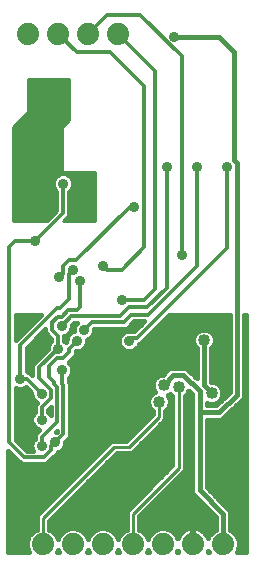
<source format=gbl>
G75*
%MOIN*%
%OFA0B0*%
%FSLAX24Y24*%
%IPPOS*%
%LPD*%
%AMOC8*
5,1,8,0,0,1.08239X$1,22.5*
%
%ADD10C,0.0740*%
%ADD11C,0.0160*%
%ADD12C,0.0357*%
%ADD13C,0.0400*%
%ADD14C,0.0100*%
%ADD15C,0.0120*%
D10*
X001725Y001250D03*
X002725Y001250D03*
X003725Y001250D03*
X004725Y001250D03*
X005725Y001250D03*
X006725Y001250D03*
X007725Y001250D03*
X004225Y018275D03*
X003225Y018275D03*
X002225Y018275D03*
X001225Y018275D03*
D11*
X000580Y004359D02*
X000580Y001000D01*
X001255Y001000D01*
X001195Y001145D01*
X001195Y001355D01*
X001276Y001550D01*
X001425Y001699D01*
X001515Y001737D01*
X001515Y002212D01*
X004013Y004710D01*
X004513Y004710D01*
X005390Y005587D01*
X005390Y005701D01*
X005295Y005796D01*
X005240Y005928D01*
X005240Y006072D01*
X005295Y006204D01*
X005396Y006305D01*
X005459Y006331D01*
X005445Y006346D01*
X005390Y006478D01*
X005390Y006622D01*
X005445Y006754D01*
X005546Y006855D01*
X005678Y006910D01*
X005742Y006910D01*
X005843Y007027D01*
X005847Y007036D01*
X005874Y007063D01*
X005899Y007092D01*
X005907Y007097D01*
X005914Y007103D01*
X005950Y007118D01*
X005984Y007136D01*
X005993Y007136D01*
X006002Y007140D01*
X006041Y007140D01*
X006079Y007143D01*
X006088Y007140D01*
X006448Y007140D01*
X006536Y007103D01*
X006860Y006779D01*
X006860Y007781D01*
X006795Y007846D01*
X006740Y007978D01*
X006740Y008122D01*
X006795Y008254D01*
X006896Y008355D01*
X007028Y008410D01*
X007172Y008410D01*
X007304Y008355D01*
X007405Y008254D01*
X007460Y008122D01*
X007460Y007978D01*
X007405Y007846D01*
X007340Y007781D01*
X007340Y006660D01*
X007422Y006660D01*
X007554Y006605D01*
X007655Y006504D01*
X007710Y006372D01*
X007710Y006228D01*
X007655Y006096D01*
X007554Y005995D01*
X007422Y005940D01*
X007278Y005940D01*
X007190Y005977D01*
X007190Y005890D01*
X007501Y005890D01*
X007948Y006338D01*
X007948Y008900D01*
X005942Y008900D01*
X004957Y007915D01*
X004921Y007915D01*
X004887Y007833D01*
X004792Y007738D01*
X004667Y007687D01*
X004533Y007687D01*
X004408Y007738D01*
X004313Y007833D01*
X004262Y007958D01*
X004262Y008092D01*
X004313Y008217D01*
X004408Y008312D01*
X004533Y008363D01*
X004667Y008363D01*
X004688Y008355D01*
X004775Y008355D01*
X005100Y008680D01*
X004766Y008680D01*
X004516Y008430D01*
X003441Y008430D01*
X003438Y008427D01*
X003438Y008333D01*
X003387Y008208D01*
X003292Y008113D01*
X003188Y008070D01*
X003188Y007958D01*
X003137Y007833D01*
X003042Y007738D01*
X002917Y007687D01*
X002823Y007687D01*
X002820Y007684D01*
X002820Y007559D01*
X002691Y007430D01*
X002627Y007365D01*
X002627Y007365D01*
X002588Y007327D01*
X002662Y007253D01*
X002713Y007129D01*
X002713Y006994D01*
X002662Y006870D01*
X002595Y006803D01*
X002595Y006692D01*
X002623Y006664D01*
X002623Y004822D01*
X002478Y004677D01*
X002478Y004583D01*
X002427Y004458D01*
X002332Y004363D01*
X002223Y004318D01*
X002223Y004302D01*
X001980Y004059D01*
X001851Y003930D01*
X001009Y003930D01*
X000580Y004359D01*
X000580Y004296D02*
X000643Y004296D01*
X000580Y004137D02*
X000802Y004137D01*
X000960Y003979D02*
X000580Y003979D01*
X000580Y003820D02*
X003123Y003820D01*
X002965Y003662D02*
X000580Y003662D01*
X000580Y003503D02*
X002806Y003503D01*
X002648Y003345D02*
X000580Y003345D01*
X000580Y003186D02*
X002489Y003186D01*
X002331Y003028D02*
X000580Y003028D01*
X000580Y002869D02*
X002172Y002869D01*
X002014Y002711D02*
X000580Y002711D01*
X000580Y002552D02*
X001855Y002552D01*
X001697Y002394D02*
X000580Y002394D01*
X000580Y002235D02*
X001538Y002235D01*
X001515Y002077D02*
X000580Y002077D01*
X000580Y001918D02*
X001515Y001918D01*
X001515Y001760D02*
X000580Y001760D01*
X000580Y001601D02*
X001326Y001601D01*
X001231Y001443D02*
X000580Y001443D01*
X000580Y001284D02*
X001195Y001284D01*
X001203Y001126D02*
X000580Y001126D01*
X001935Y001737D02*
X001935Y002038D01*
X004187Y004290D01*
X004687Y004290D01*
X005687Y005290D01*
X005810Y005413D01*
X005810Y005701D01*
X005905Y005796D01*
X005960Y005928D01*
X005960Y006072D01*
X005905Y006204D01*
X005891Y006219D01*
X005954Y006245D01*
X005975Y006266D01*
X006040Y006201D01*
X006040Y003887D01*
X004515Y002362D01*
X004515Y002188D01*
X004515Y001737D01*
X004425Y001699D01*
X004276Y001550D01*
X004225Y001428D01*
X004174Y001550D01*
X004025Y001699D01*
X003830Y001780D01*
X003620Y001780D01*
X003425Y001699D01*
X003276Y001550D01*
X003225Y001428D01*
X003174Y001550D01*
X003025Y001699D01*
X002830Y001780D01*
X002620Y001780D01*
X002425Y001699D01*
X002276Y001550D01*
X002225Y001428D01*
X002174Y001550D01*
X002025Y001699D01*
X001935Y001737D01*
X001935Y001760D02*
X002570Y001760D01*
X002326Y001601D02*
X002124Y001601D01*
X002219Y001443D02*
X002231Y001443D01*
X002225Y001072D02*
X002255Y001000D01*
X002195Y001000D01*
X002225Y001072D01*
X001935Y001918D02*
X004515Y001918D01*
X004515Y001760D02*
X003880Y001760D01*
X004124Y001601D02*
X004326Y001601D01*
X004231Y001443D02*
X004219Y001443D01*
X004225Y001072D02*
X004255Y001000D01*
X004195Y001000D01*
X004225Y001072D01*
X004515Y002077D02*
X001973Y002077D01*
X002132Y002235D02*
X004515Y002235D01*
X004547Y002394D02*
X002290Y002394D01*
X002449Y002552D02*
X004705Y002552D01*
X004864Y002711D02*
X002607Y002711D01*
X002766Y002869D02*
X005022Y002869D01*
X005181Y003028D02*
X002924Y003028D01*
X003083Y003186D02*
X005339Y003186D01*
X005498Y003345D02*
X003241Y003345D01*
X003400Y003503D02*
X005656Y003503D01*
X005815Y003662D02*
X003558Y003662D01*
X003717Y003820D02*
X005973Y003820D01*
X006040Y003979D02*
X003875Y003979D01*
X004034Y004137D02*
X006040Y004137D01*
X006040Y004296D02*
X004692Y004296D01*
X004851Y004454D02*
X006040Y004454D01*
X006040Y004613D02*
X005009Y004613D01*
X005168Y004771D02*
X006040Y004771D01*
X006040Y004930D02*
X005326Y004930D01*
X005485Y005088D02*
X006040Y005088D01*
X006040Y005247D02*
X005643Y005247D01*
X005802Y005405D02*
X006040Y005405D01*
X006040Y005564D02*
X005810Y005564D01*
X005831Y005722D02*
X006040Y005722D01*
X006040Y005881D02*
X005940Y005881D01*
X005960Y006039D02*
X006040Y006039D01*
X006040Y006198D02*
X005908Y006198D01*
X005750Y006550D02*
X006050Y006900D01*
X006400Y006900D01*
X006950Y006350D01*
X006950Y005650D01*
X007600Y005650D01*
X008188Y006238D01*
X008188Y013972D01*
X008100Y014061D01*
X008100Y017650D01*
X007600Y018150D01*
X006100Y018150D01*
X008428Y008900D02*
X008495Y008900D01*
X008495Y001000D01*
X008195Y001000D01*
X008255Y001145D01*
X008255Y001355D01*
X008174Y001550D01*
X008025Y001699D01*
X007965Y001724D01*
X007965Y002323D01*
X007928Y002411D01*
X007190Y003149D01*
X007190Y005410D01*
X007648Y005410D01*
X007736Y005447D01*
X007803Y005514D01*
X008324Y006035D01*
X008392Y006102D01*
X008428Y006191D01*
X008428Y008900D01*
X008428Y008892D02*
X008495Y008892D01*
X008495Y008734D02*
X008428Y008734D01*
X008428Y008575D02*
X008495Y008575D01*
X008495Y008417D02*
X008428Y008417D01*
X008428Y008258D02*
X008495Y008258D01*
X008495Y008100D02*
X008428Y008100D01*
X008428Y007941D02*
X008495Y007941D01*
X008495Y007783D02*
X008428Y007783D01*
X008428Y007624D02*
X008495Y007624D01*
X008495Y007466D02*
X008428Y007466D01*
X008428Y007307D02*
X008495Y007307D01*
X008495Y007149D02*
X008428Y007149D01*
X008428Y006990D02*
X008495Y006990D01*
X008495Y006832D02*
X008428Y006832D01*
X008428Y006673D02*
X008495Y006673D01*
X008495Y006515D02*
X008428Y006515D01*
X008428Y006356D02*
X008495Y006356D01*
X008495Y006198D02*
X008428Y006198D01*
X008495Y006039D02*
X008328Y006039D01*
X008170Y005881D02*
X008495Y005881D01*
X008495Y005722D02*
X008011Y005722D01*
X007853Y005564D02*
X008495Y005564D01*
X008495Y005405D02*
X007190Y005405D01*
X007190Y005247D02*
X008495Y005247D01*
X008495Y005088D02*
X007190Y005088D01*
X007190Y004930D02*
X008495Y004930D01*
X008495Y004771D02*
X007190Y004771D01*
X007190Y004613D02*
X008495Y004613D01*
X008495Y004454D02*
X007190Y004454D01*
X007190Y004296D02*
X008495Y004296D01*
X008495Y004137D02*
X007190Y004137D01*
X007190Y003979D02*
X008495Y003979D01*
X008495Y003820D02*
X007190Y003820D01*
X007190Y003662D02*
X008495Y003662D01*
X008495Y003503D02*
X007190Y003503D01*
X007190Y003345D02*
X008495Y003345D01*
X008495Y003186D02*
X007190Y003186D01*
X007312Y003028D02*
X008495Y003028D01*
X008495Y002869D02*
X007470Y002869D01*
X007629Y002711D02*
X008495Y002711D01*
X008495Y002552D02*
X007787Y002552D01*
X007725Y002275D02*
X006950Y003050D01*
X006950Y005650D01*
X006710Y005722D02*
X006460Y005722D01*
X006460Y005564D02*
X006710Y005564D01*
X006710Y005405D02*
X006460Y005405D01*
X006460Y005247D02*
X006710Y005247D01*
X006710Y005088D02*
X006460Y005088D01*
X006460Y004930D02*
X006710Y004930D01*
X006710Y004771D02*
X006460Y004771D01*
X006460Y004613D02*
X006710Y004613D01*
X006710Y004454D02*
X006460Y004454D01*
X006460Y004296D02*
X006710Y004296D01*
X006710Y004137D02*
X006460Y004137D01*
X006460Y003979D02*
X006710Y003979D01*
X006710Y003820D02*
X006460Y003820D01*
X006460Y003713D02*
X006460Y006201D01*
X006555Y006296D01*
X006587Y006373D01*
X006710Y006251D01*
X006710Y003002D01*
X006747Y002914D01*
X006814Y002847D01*
X007485Y002176D01*
X007485Y001724D01*
X007425Y001699D01*
X007276Y001550D01*
X007236Y001456D01*
X007235Y001461D01*
X007195Y001538D01*
X007145Y001608D01*
X007083Y001670D01*
X007013Y001720D01*
X006936Y001760D01*
X006854Y001786D01*
X006768Y001800D01*
X006745Y001800D01*
X006745Y001270D01*
X006705Y001270D01*
X006705Y001800D01*
X006682Y001800D01*
X006596Y001786D01*
X006514Y001760D01*
X006437Y001720D01*
X006367Y001670D01*
X006305Y001608D01*
X006255Y001538D01*
X006215Y001461D01*
X006214Y001456D01*
X006174Y001550D01*
X006025Y001699D01*
X005830Y001780D01*
X005620Y001780D01*
X005425Y001699D01*
X005276Y001550D01*
X005225Y001428D01*
X005174Y001550D01*
X005025Y001699D01*
X004935Y001737D01*
X004935Y002188D01*
X006460Y003713D01*
X006408Y003662D02*
X006710Y003662D01*
X006710Y003503D02*
X006250Y003503D01*
X006091Y003345D02*
X006710Y003345D01*
X006710Y003186D02*
X005933Y003186D01*
X005774Y003028D02*
X006710Y003028D01*
X006792Y002869D02*
X005616Y002869D01*
X005457Y002711D02*
X006950Y002711D01*
X006814Y002847D02*
X006814Y002847D01*
X007109Y002552D02*
X005299Y002552D01*
X005140Y002394D02*
X007267Y002394D01*
X007426Y002235D02*
X004982Y002235D01*
X004935Y002077D02*
X007485Y002077D01*
X007485Y001918D02*
X004935Y001918D01*
X004935Y001760D02*
X005570Y001760D01*
X005326Y001601D02*
X005124Y001601D01*
X005219Y001443D02*
X005231Y001443D01*
X005225Y001072D02*
X005195Y001000D01*
X005255Y001000D01*
X005225Y001072D01*
X005880Y001760D02*
X006513Y001760D01*
X006705Y001760D02*
X006745Y001760D01*
X006745Y001601D02*
X006705Y001601D01*
X006705Y001443D02*
X006745Y001443D01*
X006745Y001284D02*
X006705Y001284D01*
X006937Y001760D02*
X007485Y001760D01*
X007326Y001601D02*
X007150Y001601D01*
X007236Y001044D02*
X007255Y001000D01*
X007215Y001000D01*
X007235Y001039D01*
X007236Y001044D01*
X007725Y001250D02*
X007725Y002275D01*
X007936Y002394D02*
X008495Y002394D01*
X008495Y002235D02*
X007965Y002235D01*
X007965Y002077D02*
X008495Y002077D01*
X008495Y001918D02*
X007965Y001918D01*
X007965Y001760D02*
X008495Y001760D01*
X008495Y001601D02*
X008124Y001601D01*
X008219Y001443D02*
X008495Y001443D01*
X008495Y001284D02*
X008255Y001284D01*
X008247Y001126D02*
X008495Y001126D01*
X006300Y001601D02*
X006124Y001601D01*
X006214Y001044D02*
X006215Y001039D01*
X006235Y001000D01*
X006195Y001000D01*
X006214Y001044D01*
X004574Y004771D02*
X002572Y004771D01*
X002623Y004930D02*
X004733Y004930D01*
X004891Y005088D02*
X002623Y005088D01*
X002623Y005247D02*
X005050Y005247D01*
X005208Y005405D02*
X002623Y005405D01*
X002623Y005564D02*
X005367Y005564D01*
X005369Y005722D02*
X002623Y005722D01*
X002623Y005881D02*
X005260Y005881D01*
X005240Y006039D02*
X002623Y006039D01*
X002623Y006198D02*
X005292Y006198D01*
X005441Y006356D02*
X002623Y006356D01*
X002623Y006515D02*
X005390Y006515D01*
X005411Y006673D02*
X002614Y006673D01*
X002624Y006832D02*
X005522Y006832D01*
X005811Y006990D02*
X002712Y006990D01*
X002705Y007149D02*
X006860Y007149D01*
X006860Y007307D02*
X002608Y007307D01*
X002727Y007466D02*
X006860Y007466D01*
X006860Y007624D02*
X002820Y007624D01*
X003086Y007783D02*
X004364Y007783D01*
X004268Y007941D02*
X003182Y007941D01*
X003259Y008100D02*
X004265Y008100D01*
X004354Y008258D02*
X003407Y008258D01*
X003438Y008417D02*
X004836Y008417D01*
X004995Y008575D02*
X004661Y008575D01*
X004983Y007941D02*
X006755Y007941D01*
X006740Y008100D02*
X005141Y008100D01*
X005300Y008258D02*
X006799Y008258D01*
X006858Y007783D02*
X004836Y007783D01*
X005458Y008417D02*
X007948Y008417D01*
X007948Y008575D02*
X005617Y008575D01*
X005775Y008734D02*
X007948Y008734D01*
X007948Y008892D02*
X005934Y008892D01*
X006649Y006990D02*
X006860Y006990D01*
X006860Y006832D02*
X006808Y006832D01*
X006605Y006356D02*
X006580Y006356D01*
X006460Y006198D02*
X006710Y006198D01*
X006710Y006039D02*
X006460Y006039D01*
X006460Y005881D02*
X006710Y005881D01*
X007350Y006300D02*
X007100Y006550D01*
X007100Y008050D01*
X007342Y007783D02*
X007948Y007783D01*
X007948Y007941D02*
X007445Y007941D01*
X007460Y008100D02*
X007948Y008100D01*
X007948Y008258D02*
X007401Y008258D01*
X007340Y007624D02*
X007948Y007624D01*
X007948Y007466D02*
X007340Y007466D01*
X007340Y007307D02*
X007948Y007307D01*
X007948Y007149D02*
X007340Y007149D01*
X007340Y006990D02*
X007948Y006990D01*
X007948Y006832D02*
X007340Y006832D01*
X007340Y006673D02*
X007948Y006673D01*
X007948Y006515D02*
X007645Y006515D01*
X007710Y006356D02*
X007948Y006356D01*
X007808Y006198D02*
X007697Y006198D01*
X007650Y006039D02*
X007598Y006039D01*
X003916Y004613D02*
X002478Y004613D01*
X002423Y004454D02*
X003757Y004454D01*
X003599Y004296D02*
X002217Y004296D01*
X002058Y004137D02*
X003440Y004137D01*
X003282Y003979D02*
X001900Y003979D01*
X001346Y004592D02*
X001398Y004717D01*
X001465Y004784D01*
X001465Y004916D01*
X001612Y005064D01*
X001493Y005113D01*
X001398Y005208D01*
X001346Y005333D01*
X001346Y005467D01*
X001398Y005592D01*
X001465Y005659D01*
X001465Y005916D01*
X001524Y005975D01*
X001493Y005988D01*
X001398Y006083D01*
X001346Y006208D01*
X001346Y006302D01*
X001162Y006486D01*
X001042Y006437D01*
X000908Y006437D01*
X000820Y006473D01*
X000820Y004741D01*
X001191Y004370D01*
X001383Y004370D01*
X001346Y004458D01*
X001346Y004592D01*
X001355Y004613D02*
X000949Y004613D01*
X001107Y004454D02*
X001348Y004454D01*
X001452Y004771D02*
X000820Y004771D01*
X000820Y004930D02*
X001478Y004930D01*
X001554Y005088D02*
X000820Y005088D01*
X000820Y005247D02*
X001382Y005247D01*
X001346Y005405D02*
X000820Y005405D01*
X000820Y005564D02*
X001386Y005564D01*
X001465Y005722D02*
X000820Y005722D01*
X000820Y005881D02*
X001465Y005881D01*
X001442Y006039D02*
X000820Y006039D01*
X000820Y006198D02*
X001350Y006198D01*
X001293Y006356D02*
X000820Y006356D01*
X001234Y006995D02*
X001195Y007034D01*
X001195Y007809D01*
X001812Y008425D01*
X001812Y008302D01*
X002005Y008109D01*
X002005Y008034D01*
X001938Y007967D01*
X001887Y007842D01*
X001887Y007748D01*
X001380Y007241D01*
X001380Y007059D01*
X001380Y006901D01*
X001380Y006891D01*
X001276Y006995D01*
X001234Y006995D01*
X001281Y006990D02*
X001380Y006990D01*
X001380Y007149D02*
X001195Y007149D01*
X001195Y007307D02*
X001446Y007307D01*
X001604Y007466D02*
X001195Y007466D01*
X001195Y007624D02*
X001763Y007624D01*
X001887Y007783D02*
X001195Y007783D01*
X001327Y007941D02*
X001927Y007941D01*
X002005Y008100D02*
X001486Y008100D01*
X001644Y008258D02*
X001856Y008258D01*
X001812Y008417D02*
X001803Y008417D01*
X001656Y008892D02*
X000820Y008892D01*
X000820Y008900D02*
X000820Y008056D01*
X000884Y008120D01*
X001664Y008900D01*
X000820Y008900D01*
X000820Y008734D02*
X001497Y008734D01*
X001339Y008575D02*
X000820Y008575D01*
X000820Y008417D02*
X001180Y008417D01*
X001022Y008258D02*
X000820Y008258D01*
X000820Y008100D02*
X000863Y008100D01*
X001983Y005812D02*
X001905Y005734D01*
X001905Y005659D01*
X001972Y005592D01*
X001983Y005564D01*
X001983Y005812D01*
X001983Y005722D02*
X001905Y005722D01*
X002183Y005012D02*
X002183Y005004D01*
X002167Y004988D01*
X002160Y004988D01*
X002183Y005012D01*
X002496Y007982D02*
X002445Y008034D01*
X002445Y008198D01*
X002542Y008238D01*
X002637Y008333D01*
X002688Y008458D01*
X002688Y008552D01*
X002766Y008630D01*
X002851Y008630D01*
X002813Y008592D01*
X002762Y008467D01*
X002762Y008355D01*
X002658Y008312D01*
X002563Y008217D01*
X002512Y008092D01*
X002512Y007998D01*
X002496Y007982D01*
X002515Y008100D02*
X002445Y008100D01*
X002562Y008258D02*
X002604Y008258D01*
X002671Y008417D02*
X002762Y008417D01*
X002806Y008575D02*
X002711Y008575D01*
X002880Y001760D02*
X003570Y001760D01*
X003326Y001601D02*
X003124Y001601D01*
X003219Y001443D02*
X003231Y001443D01*
X003225Y001072D02*
X003255Y001000D01*
X003195Y001000D01*
X003225Y001072D01*
D12*
X001600Y003150D03*
X001685Y004525D03*
X002140Y004650D03*
X001685Y005400D03*
X001685Y006275D03*
X002375Y007062D03*
X002225Y007775D03*
X002350Y008525D03*
X002850Y008025D03*
X003100Y008400D03*
X002975Y010025D03*
X002725Y010400D03*
X002279Y010150D03*
X001450Y011350D03*
X002390Y013275D03*
X003060Y013275D03*
X003725Y010525D03*
X004350Y009400D03*
X004725Y008475D03*
X004600Y008025D03*
X003100Y005400D03*
X000975Y006775D03*
X004763Y012487D03*
X005850Y013832D03*
X006850Y013832D03*
X007850Y013832D03*
X006350Y010900D03*
X006100Y018150D03*
X001100Y015275D03*
D13*
X005600Y006000D03*
X005750Y006550D03*
X006250Y006500D03*
X007100Y008050D03*
X007650Y008650D03*
X007350Y006300D03*
D14*
X006250Y006500D02*
X006250Y003800D01*
X004725Y002275D01*
X004725Y001250D01*
X001725Y002125D02*
X004100Y004500D01*
X004600Y004500D01*
X005600Y005500D01*
X005600Y006000D01*
X003475Y012025D02*
X002394Y012025D01*
X002469Y012100D01*
X002580Y012212D01*
X002580Y013029D01*
X002652Y013100D01*
X002699Y013214D01*
X002699Y013336D01*
X002652Y013450D01*
X002565Y013536D01*
X002452Y013583D01*
X002329Y013583D01*
X002216Y013536D01*
X002129Y013450D01*
X002082Y013336D01*
X002082Y013214D01*
X002129Y013100D01*
X002200Y013029D01*
X002200Y012369D01*
X001856Y012025D01*
X000725Y012025D01*
X000725Y015150D01*
X001225Y015650D01*
X001225Y016775D01*
X002600Y016775D01*
X002600Y015400D01*
X002350Y015150D01*
X002350Y013650D01*
X003475Y013650D01*
X003475Y012025D01*
X003475Y012076D02*
X002445Y012076D01*
X002543Y012175D02*
X003475Y012175D01*
X003475Y012273D02*
X002580Y012273D01*
X002580Y012372D02*
X003475Y012372D01*
X003475Y012470D02*
X002580Y012470D01*
X002580Y012569D02*
X003475Y012569D01*
X003475Y012667D02*
X002580Y012667D01*
X002580Y012766D02*
X003475Y012766D01*
X003475Y012864D02*
X002580Y012864D01*
X002580Y012963D02*
X003475Y012963D01*
X003475Y013061D02*
X002613Y013061D01*
X002676Y013160D02*
X003475Y013160D01*
X003475Y013258D02*
X002699Y013258D01*
X002690Y013357D02*
X003475Y013357D01*
X003475Y013455D02*
X002646Y013455D01*
X002524Y013554D02*
X003475Y013554D01*
X003060Y013275D02*
X002827Y013275D01*
X002518Y013583D01*
X002167Y013583D01*
X002100Y013650D01*
X002134Y013455D02*
X000725Y013455D01*
X000725Y013357D02*
X002090Y013357D01*
X002082Y013258D02*
X000725Y013258D01*
X000725Y013160D02*
X002104Y013160D01*
X002168Y013061D02*
X000725Y013061D01*
X000725Y012963D02*
X002200Y012963D01*
X002200Y012864D02*
X000725Y012864D01*
X000725Y012766D02*
X002200Y012766D01*
X002200Y012667D02*
X000725Y012667D01*
X000725Y012569D02*
X002200Y012569D01*
X002200Y012470D02*
X000725Y012470D01*
X000725Y012372D02*
X002200Y012372D01*
X002104Y012273D02*
X000725Y012273D01*
X000725Y012175D02*
X002006Y012175D01*
X001907Y012076D02*
X000725Y012076D01*
X000725Y013554D02*
X002257Y013554D01*
X002350Y013652D02*
X000725Y013652D01*
X000725Y013751D02*
X002350Y013751D01*
X002350Y013849D02*
X000725Y013849D01*
X000725Y013948D02*
X002350Y013948D01*
X002350Y014046D02*
X000725Y014046D01*
X000725Y014145D02*
X002350Y014145D01*
X002350Y014243D02*
X000725Y014243D01*
X000725Y014342D02*
X002350Y014342D01*
X002350Y014440D02*
X000725Y014440D01*
X000725Y014539D02*
X002350Y014539D01*
X002350Y014637D02*
X000725Y014637D01*
X000725Y014736D02*
X002350Y014736D01*
X002350Y014834D02*
X000725Y014834D01*
X000725Y014933D02*
X002350Y014933D01*
X002350Y015031D02*
X000725Y015031D01*
X000725Y015130D02*
X002350Y015130D01*
X002428Y015228D02*
X000803Y015228D01*
X000902Y015327D02*
X002527Y015327D01*
X002600Y015425D02*
X001000Y015425D01*
X001099Y015524D02*
X002600Y015524D01*
X002600Y015622D02*
X001197Y015622D01*
X001225Y015721D02*
X002600Y015721D01*
X002600Y015819D02*
X001225Y015819D01*
X001225Y015918D02*
X002600Y015918D01*
X002600Y016016D02*
X001225Y016016D01*
X001225Y016115D02*
X002600Y016115D01*
X002600Y016213D02*
X001225Y016213D01*
X001225Y016312D02*
X002600Y016312D01*
X002600Y016410D02*
X001225Y016410D01*
X001225Y016509D02*
X002600Y016509D01*
X002600Y016607D02*
X001225Y016607D01*
X001225Y016706D02*
X002600Y016706D01*
X001100Y015275D02*
X002100Y014150D01*
X001185Y015150D02*
X001100Y015275D01*
X001725Y002125D02*
X001725Y001250D01*
D15*
X001760Y004150D02*
X001100Y004150D01*
X000600Y004650D01*
X000600Y011150D01*
X000800Y011350D01*
X001450Y011350D01*
X002390Y012290D01*
X002390Y013275D01*
X002100Y013650D02*
X002100Y014150D01*
X004616Y012487D02*
X002847Y010718D01*
X002593Y010718D01*
X002400Y010525D01*
X002400Y010271D01*
X002279Y010150D01*
X002600Y010275D02*
X002600Y009425D01*
X002300Y009125D01*
X002200Y009125D01*
X000975Y007900D01*
X000975Y006775D01*
X001185Y006775D01*
X001685Y006275D01*
X002003Y006143D02*
X001685Y005825D01*
X001685Y005400D01*
X002203Y005343D02*
X001685Y004825D01*
X001685Y004525D01*
X002003Y004393D02*
X001760Y004150D01*
X002003Y004393D02*
X002003Y004513D01*
X002140Y004650D01*
X002403Y004913D01*
X002403Y006573D01*
X002375Y006601D01*
X002375Y007062D01*
X002407Y007457D02*
X002189Y007457D01*
X001925Y007192D01*
X001925Y006825D01*
X002100Y006650D01*
X002100Y006593D01*
X002203Y006490D01*
X002203Y005343D01*
X002003Y006143D02*
X002003Y006407D01*
X001600Y006810D01*
X001600Y007150D01*
X002225Y007775D01*
X002225Y008200D01*
X002032Y008393D01*
X002032Y008657D01*
X002218Y008843D01*
X002350Y008843D01*
X002557Y009050D01*
X002850Y009050D01*
X002975Y009175D01*
X002975Y010025D01*
X002600Y010275D02*
X002725Y010400D01*
X002675Y008850D02*
X002350Y008525D01*
X002675Y008850D02*
X004300Y008850D01*
X004600Y009150D01*
X005192Y009150D01*
X005850Y009808D01*
X005850Y013832D01*
X006850Y013832D02*
X006850Y010525D01*
X005225Y008900D01*
X004675Y008900D01*
X004425Y008650D01*
X003350Y008650D01*
X003100Y008400D01*
X002850Y008025D02*
X002600Y007775D01*
X002600Y007650D01*
X002407Y007457D01*
X003850Y010400D02*
X003725Y010525D01*
X003850Y010400D02*
X004350Y010400D01*
X005100Y011150D01*
X005100Y016525D01*
X003975Y017650D01*
X002850Y017650D01*
X002225Y018275D01*
X003225Y018275D02*
X003850Y018900D01*
X004975Y018900D01*
X006350Y017525D01*
X006350Y010900D01*
X005475Y009775D02*
X005475Y017025D01*
X004225Y018275D01*
X004616Y012487D02*
X004763Y012487D01*
X005475Y009775D02*
X005100Y009400D01*
X004350Y009400D01*
X004710Y008135D02*
X004866Y008135D01*
X007850Y011119D01*
X007850Y013832D01*
X004710Y008135D02*
X004600Y008025D01*
M02*

</source>
